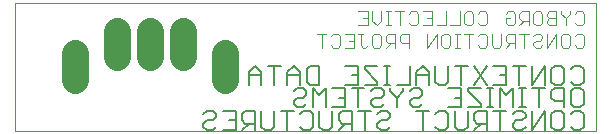
<source format=gbl>
G75*
%MOIN*%
%OFA0B0*%
%FSLAX25Y25*%
%IPPOS*%
%LPD*%
%AMOC8*
5,1,8,0,0,1.08239X$1,22.5*
%
%ADD10C,0.00000*%
%ADD11C,0.00600*%
%ADD12C,0.00400*%
%ADD13C,0.08858*%
D10*
X0001937Y0003333D02*
X0001937Y0045794D01*
X0195638Y0045794D01*
X0195638Y0003333D01*
X0001937Y0003333D01*
D11*
X0064902Y0004701D02*
X0065970Y0003633D01*
X0068105Y0003633D01*
X0069173Y0004701D01*
X0071348Y0003633D02*
X0075618Y0003633D01*
X0075618Y0010039D01*
X0071348Y0010039D01*
X0069173Y0008971D02*
X0069173Y0007904D01*
X0068105Y0006836D01*
X0065970Y0006836D01*
X0064902Y0005768D01*
X0064902Y0004701D01*
X0073483Y0006836D02*
X0075618Y0006836D01*
X0077793Y0006836D02*
X0078861Y0005768D01*
X0082064Y0005768D01*
X0079928Y0005768D02*
X0077793Y0003633D01*
X0082064Y0003633D02*
X0082064Y0010039D01*
X0078861Y0010039D01*
X0077793Y0008971D01*
X0077793Y0006836D01*
X0084239Y0004701D02*
X0084239Y0010039D01*
X0088509Y0010039D02*
X0088509Y0004701D01*
X0087441Y0003633D01*
X0085306Y0003633D01*
X0084239Y0004701D01*
X0092819Y0003633D02*
X0092819Y0010039D01*
X0090684Y0010039D02*
X0094955Y0010039D01*
X0097130Y0008971D02*
X0098197Y0010039D01*
X0100332Y0010039D01*
X0101400Y0008971D01*
X0101400Y0004701D01*
X0100332Y0003633D01*
X0098197Y0003633D01*
X0097130Y0004701D01*
X0103575Y0004701D02*
X0104643Y0003633D01*
X0106778Y0003633D01*
X0107846Y0004701D01*
X0107846Y0010039D01*
X0107872Y0011133D02*
X0112143Y0011133D01*
X0112143Y0017539D01*
X0107872Y0017539D01*
X0105697Y0017539D02*
X0103562Y0015404D01*
X0101427Y0017539D01*
X0101427Y0011133D01*
X0103575Y0010039D02*
X0103575Y0004701D01*
X0110021Y0003633D02*
X0112156Y0005768D01*
X0111088Y0005768D02*
X0114291Y0005768D01*
X0111088Y0005768D02*
X0110021Y0006836D01*
X0110021Y0008971D01*
X0111088Y0010039D01*
X0114291Y0010039D01*
X0114291Y0003633D01*
X0118601Y0003633D02*
X0118601Y0010039D01*
X0116466Y0010039D02*
X0120737Y0010039D01*
X0122912Y0008971D02*
X0123979Y0010039D01*
X0126114Y0010039D01*
X0127182Y0008971D01*
X0127182Y0007904D01*
X0126114Y0006836D01*
X0123979Y0006836D01*
X0122912Y0005768D01*
X0122912Y0004701D01*
X0123979Y0003633D01*
X0126114Y0003633D01*
X0127182Y0004701D01*
X0137938Y0003633D02*
X0137938Y0010039D01*
X0140073Y0010039D02*
X0135803Y0010039D01*
X0136857Y0011133D02*
X0134722Y0011133D01*
X0133654Y0012201D01*
X0133654Y0013268D01*
X0134722Y0014336D01*
X0136857Y0014336D01*
X0137925Y0015404D01*
X0137925Y0016471D01*
X0136857Y0017539D01*
X0134722Y0017539D01*
X0133654Y0016471D01*
X0131479Y0016471D02*
X0129344Y0014336D01*
X0129344Y0011133D01*
X0125034Y0012201D02*
X0123966Y0011133D01*
X0121831Y0011133D01*
X0120763Y0012201D01*
X0120763Y0013268D01*
X0121831Y0014336D01*
X0123966Y0014336D01*
X0125034Y0015404D01*
X0125034Y0016471D01*
X0123966Y0017539D01*
X0121831Y0017539D01*
X0120763Y0016471D01*
X0118588Y0017539D02*
X0114318Y0017539D01*
X0116453Y0017539D02*
X0116453Y0011133D01*
X0105697Y0011133D02*
X0105697Y0017539D01*
X0103549Y0018633D02*
X0100346Y0018633D01*
X0099278Y0019701D01*
X0099278Y0023971D01*
X0100346Y0025039D01*
X0103549Y0025039D01*
X0103549Y0018633D01*
X0099252Y0016471D02*
X0098184Y0017539D01*
X0096049Y0017539D01*
X0094981Y0016471D01*
X0098184Y0014336D02*
X0099252Y0015404D01*
X0099252Y0016471D01*
X0098184Y0014336D02*
X0096049Y0014336D01*
X0094981Y0013268D01*
X0094981Y0012201D01*
X0096049Y0011133D01*
X0098184Y0011133D01*
X0099252Y0012201D01*
X0110007Y0014336D02*
X0112143Y0014336D01*
X0127209Y0016471D02*
X0127209Y0017539D01*
X0127209Y0016471D02*
X0129344Y0014336D01*
X0131479Y0016471D02*
X0131479Y0017539D01*
X0129357Y0018633D02*
X0133628Y0018633D01*
X0133628Y0025039D01*
X0135803Y0022904D02*
X0137938Y0025039D01*
X0140073Y0022904D01*
X0140073Y0018633D01*
X0142248Y0019701D02*
X0142248Y0025039D01*
X0146519Y0025039D02*
X0146519Y0019701D01*
X0145451Y0018633D01*
X0143316Y0018633D01*
X0142248Y0019701D01*
X0135803Y0018633D02*
X0135803Y0022904D01*
X0135803Y0021836D02*
X0140073Y0021836D01*
X0150829Y0018633D02*
X0150829Y0025039D01*
X0152964Y0025039D02*
X0148694Y0025039D01*
X0155139Y0025039D02*
X0159410Y0018633D01*
X0161585Y0018633D02*
X0165855Y0018633D01*
X0165855Y0025039D01*
X0161585Y0025039D01*
X0159410Y0025039D02*
X0155139Y0018633D01*
X0157261Y0017539D02*
X0152991Y0017539D01*
X0152991Y0016471D01*
X0157261Y0012201D01*
X0157261Y0011133D01*
X0152991Y0011133D01*
X0150816Y0011133D02*
X0146545Y0011133D01*
X0145451Y0010039D02*
X0143316Y0010039D01*
X0142248Y0008971D01*
X0145451Y0010039D02*
X0146519Y0008971D01*
X0146519Y0004701D01*
X0145451Y0003633D01*
X0143316Y0003633D01*
X0142248Y0004701D01*
X0148694Y0004701D02*
X0149761Y0003633D01*
X0151896Y0003633D01*
X0152964Y0004701D01*
X0152964Y0010039D01*
X0155139Y0008971D02*
X0156207Y0010039D01*
X0159410Y0010039D01*
X0159410Y0003633D01*
X0157274Y0005768D02*
X0155139Y0003633D01*
X0148694Y0004701D02*
X0148694Y0010039D01*
X0150816Y0011133D02*
X0150816Y0017539D01*
X0146545Y0017539D01*
X0148680Y0014336D02*
X0150816Y0014336D01*
X0159423Y0017539D02*
X0161558Y0017539D01*
X0160490Y0017539D02*
X0160490Y0011133D01*
X0159423Y0011133D02*
X0161558Y0011133D01*
X0163733Y0011133D02*
X0163733Y0017539D01*
X0165868Y0015404D01*
X0168004Y0017539D01*
X0168004Y0011133D01*
X0169098Y0010039D02*
X0171233Y0010039D01*
X0172301Y0008971D01*
X0172301Y0007904D01*
X0171233Y0006836D01*
X0169098Y0006836D01*
X0168030Y0005768D01*
X0168030Y0004701D01*
X0169098Y0003633D01*
X0171233Y0003633D01*
X0172301Y0004701D01*
X0174476Y0003633D02*
X0174476Y0010039D01*
X0176611Y0011133D02*
X0176611Y0017539D01*
X0178746Y0017539D02*
X0174476Y0017539D01*
X0172301Y0017539D02*
X0170165Y0017539D01*
X0171233Y0017539D02*
X0171233Y0011133D01*
X0172301Y0011133D02*
X0170165Y0011133D01*
X0169098Y0010039D02*
X0168030Y0008971D01*
X0165855Y0010039D02*
X0161585Y0010039D01*
X0163720Y0010039D02*
X0163720Y0003633D01*
X0159410Y0005768D02*
X0156207Y0005768D01*
X0155139Y0006836D01*
X0155139Y0008971D01*
X0137925Y0012201D02*
X0136857Y0011133D01*
X0127182Y0018633D02*
X0125047Y0018633D01*
X0126114Y0018633D02*
X0126114Y0025039D01*
X0125047Y0025039D02*
X0127182Y0025039D01*
X0122885Y0025039D02*
X0118615Y0025039D01*
X0118615Y0023971D01*
X0122885Y0019701D01*
X0122885Y0018633D01*
X0118615Y0018633D01*
X0116440Y0018633D02*
X0112169Y0018633D01*
X0116440Y0018633D02*
X0116440Y0025039D01*
X0112169Y0025039D01*
X0114304Y0021836D02*
X0116440Y0021836D01*
X0097103Y0021836D02*
X0092833Y0021836D01*
X0092833Y0022904D02*
X0092833Y0018633D01*
X0088522Y0018633D02*
X0088522Y0025039D01*
X0086387Y0025039D02*
X0090658Y0025039D01*
X0092833Y0022904D02*
X0094968Y0025039D01*
X0097103Y0022904D01*
X0097103Y0018633D01*
X0084212Y0018633D02*
X0084212Y0022904D01*
X0082077Y0025039D01*
X0079942Y0022904D01*
X0079942Y0018633D01*
X0079942Y0021836D02*
X0084212Y0021836D01*
X0069173Y0008971D02*
X0068105Y0010039D01*
X0065970Y0010039D01*
X0064902Y0008971D01*
X0163720Y0021836D02*
X0165855Y0021836D01*
X0170165Y0018633D02*
X0170165Y0025039D01*
X0168030Y0025039D02*
X0172301Y0025039D01*
X0174476Y0025039D02*
X0174476Y0018633D01*
X0178746Y0025039D01*
X0178746Y0018633D01*
X0180921Y0019701D02*
X0180921Y0023971D01*
X0181989Y0025039D01*
X0184124Y0025039D01*
X0185192Y0023971D01*
X0185192Y0019701D01*
X0184124Y0018633D01*
X0181989Y0018633D01*
X0180921Y0019701D01*
X0187367Y0019701D02*
X0188434Y0018633D01*
X0190569Y0018633D01*
X0191637Y0019701D01*
X0191637Y0023971D01*
X0190569Y0025039D01*
X0188434Y0025039D01*
X0187367Y0023971D01*
X0188434Y0017539D02*
X0187367Y0016471D01*
X0187367Y0012201D01*
X0188434Y0011133D01*
X0190569Y0011133D01*
X0191637Y0012201D01*
X0191637Y0016471D01*
X0190569Y0017539D01*
X0188434Y0017539D01*
X0185192Y0017539D02*
X0181989Y0017539D01*
X0180921Y0016471D01*
X0180921Y0014336D01*
X0181989Y0013268D01*
X0185192Y0013268D01*
X0185192Y0011133D02*
X0185192Y0017539D01*
X0184124Y0010039D02*
X0181989Y0010039D01*
X0180921Y0008971D01*
X0180921Y0004701D01*
X0181989Y0003633D01*
X0184124Y0003633D01*
X0185192Y0004701D01*
X0185192Y0008971D01*
X0184124Y0010039D01*
X0187367Y0008971D02*
X0188434Y0010039D01*
X0190569Y0010039D01*
X0191637Y0008971D01*
X0191637Y0004701D01*
X0190569Y0003633D01*
X0188434Y0003633D01*
X0187367Y0004701D01*
X0178746Y0003633D02*
X0178746Y0010039D01*
X0174476Y0003633D01*
D12*
X0175623Y0031033D02*
X0177158Y0031033D01*
X0177925Y0031801D01*
X0175623Y0031033D02*
X0174856Y0031801D01*
X0174856Y0032568D01*
X0175623Y0033335D01*
X0177158Y0033335D01*
X0177925Y0034103D01*
X0177925Y0034870D01*
X0177158Y0035637D01*
X0175623Y0035637D01*
X0174856Y0034870D01*
X0173321Y0035637D02*
X0170252Y0035637D01*
X0168717Y0035637D02*
X0166415Y0035637D01*
X0165648Y0034870D01*
X0165648Y0033335D01*
X0166415Y0032568D01*
X0168717Y0032568D01*
X0167183Y0032568D02*
X0165648Y0031033D01*
X0164113Y0031801D02*
X0163346Y0031033D01*
X0161812Y0031033D01*
X0161044Y0031801D01*
X0161044Y0035637D01*
X0159510Y0034870D02*
X0159510Y0031801D01*
X0158742Y0031033D01*
X0157208Y0031033D01*
X0156440Y0031801D01*
X0153371Y0031033D02*
X0153371Y0035637D01*
X0154906Y0035637D02*
X0151836Y0035637D01*
X0150302Y0035637D02*
X0148767Y0035637D01*
X0149534Y0035637D02*
X0149534Y0031033D01*
X0148767Y0031033D02*
X0150302Y0031033D01*
X0147232Y0031801D02*
X0146465Y0031033D01*
X0144930Y0031033D01*
X0144163Y0031801D01*
X0144163Y0034870D01*
X0144930Y0035637D01*
X0146465Y0035637D01*
X0147232Y0034870D01*
X0147232Y0031801D01*
X0142628Y0031033D02*
X0142628Y0035637D01*
X0139559Y0031033D01*
X0139559Y0035637D01*
X0133421Y0035637D02*
X0131119Y0035637D01*
X0130351Y0034870D01*
X0130351Y0033335D01*
X0131119Y0032568D01*
X0133421Y0032568D01*
X0128817Y0032568D02*
X0126515Y0032568D01*
X0125747Y0033335D01*
X0125747Y0034870D01*
X0126515Y0035637D01*
X0128817Y0035637D01*
X0128817Y0031033D01*
X0127282Y0032568D02*
X0125747Y0031033D01*
X0124213Y0031801D02*
X0123445Y0031033D01*
X0121911Y0031033D01*
X0121144Y0031801D01*
X0121144Y0034870D01*
X0121911Y0035637D01*
X0123445Y0035637D01*
X0124213Y0034870D01*
X0124213Y0031801D01*
X0119609Y0031801D02*
X0118842Y0031033D01*
X0118074Y0031033D01*
X0117307Y0031801D01*
X0117307Y0035637D01*
X0118074Y0035637D02*
X0116540Y0035637D01*
X0115005Y0035637D02*
X0115005Y0031033D01*
X0111936Y0031033D01*
X0110401Y0031801D02*
X0109634Y0031033D01*
X0108099Y0031033D01*
X0107332Y0031801D01*
X0110401Y0031801D02*
X0110401Y0034870D01*
X0109634Y0035637D01*
X0108099Y0035637D01*
X0107332Y0034870D01*
X0105797Y0035637D02*
X0102728Y0035637D01*
X0104262Y0035637D02*
X0104262Y0031033D01*
X0113470Y0033335D02*
X0115005Y0033335D01*
X0115005Y0035637D02*
X0111936Y0035637D01*
X0116540Y0038533D02*
X0119609Y0038533D01*
X0119609Y0043137D01*
X0116540Y0043137D01*
X0121144Y0043137D02*
X0121144Y0040068D01*
X0122678Y0038533D01*
X0124213Y0040068D01*
X0124213Y0043137D01*
X0125747Y0043137D02*
X0127282Y0043137D01*
X0126515Y0043137D02*
X0126515Y0038533D01*
X0127282Y0038533D02*
X0125747Y0038533D01*
X0130351Y0038533D02*
X0130351Y0043137D01*
X0128817Y0043137D02*
X0131886Y0043137D01*
X0133421Y0042370D02*
X0134188Y0043137D01*
X0135723Y0043137D01*
X0136490Y0042370D01*
X0136490Y0039301D01*
X0135723Y0038533D01*
X0134188Y0038533D01*
X0133421Y0039301D01*
X0138025Y0038533D02*
X0141094Y0038533D01*
X0141094Y0043137D01*
X0138025Y0043137D01*
X0145698Y0043137D02*
X0145698Y0038533D01*
X0142628Y0038533D01*
X0147232Y0038533D02*
X0150302Y0038533D01*
X0150302Y0043137D01*
X0151836Y0042370D02*
X0152604Y0043137D01*
X0154138Y0043137D01*
X0154906Y0042370D01*
X0154906Y0039301D01*
X0154138Y0038533D01*
X0152604Y0038533D01*
X0151836Y0039301D01*
X0151836Y0042370D01*
X0156440Y0042370D02*
X0157208Y0043137D01*
X0158742Y0043137D01*
X0159510Y0042370D01*
X0159510Y0039301D01*
X0158742Y0038533D01*
X0157208Y0038533D01*
X0156440Y0039301D01*
X0165648Y0039301D02*
X0165648Y0040835D01*
X0167183Y0040835D01*
X0170252Y0040835D02*
X0171019Y0040068D01*
X0173321Y0040068D01*
X0171787Y0040068D02*
X0170252Y0038533D01*
X0173321Y0038533D02*
X0173321Y0043137D01*
X0171019Y0043137D01*
X0170252Y0042370D01*
X0170252Y0040835D01*
X0168717Y0039301D02*
X0167950Y0038533D01*
X0166415Y0038533D01*
X0165648Y0039301D01*
X0168717Y0039301D02*
X0168717Y0042370D01*
X0167950Y0043137D01*
X0166415Y0043137D01*
X0165648Y0042370D01*
X0174856Y0042370D02*
X0175623Y0043137D01*
X0177158Y0043137D01*
X0177925Y0042370D01*
X0177925Y0039301D01*
X0177158Y0038533D01*
X0175623Y0038533D01*
X0174856Y0039301D01*
X0174856Y0042370D01*
X0179460Y0042370D02*
X0179460Y0041603D01*
X0180227Y0040835D01*
X0182529Y0040835D01*
X0184064Y0042370D02*
X0185598Y0040835D01*
X0185598Y0038533D01*
X0182529Y0038533D02*
X0180227Y0038533D01*
X0179460Y0039301D01*
X0179460Y0040068D01*
X0180227Y0040835D01*
X0185598Y0040835D02*
X0187133Y0042370D01*
X0187133Y0043137D01*
X0188668Y0042370D02*
X0189435Y0043137D01*
X0190970Y0043137D01*
X0191737Y0042370D01*
X0191737Y0039301D01*
X0190970Y0038533D01*
X0189435Y0038533D01*
X0188668Y0039301D01*
X0182529Y0038533D02*
X0182529Y0043137D01*
X0180227Y0043137D01*
X0179460Y0042370D01*
X0184064Y0042370D02*
X0184064Y0043137D01*
X0184831Y0035637D02*
X0184064Y0034870D01*
X0184064Y0031801D01*
X0184831Y0031033D01*
X0186366Y0031033D01*
X0187133Y0031801D01*
X0187133Y0034870D01*
X0186366Y0035637D01*
X0184831Y0035637D01*
X0182529Y0035637D02*
X0179460Y0031033D01*
X0179460Y0035637D01*
X0182529Y0035637D02*
X0182529Y0031033D01*
X0188668Y0031801D02*
X0189435Y0031033D01*
X0190970Y0031033D01*
X0191737Y0031801D01*
X0191737Y0034870D01*
X0190970Y0035637D01*
X0189435Y0035637D01*
X0188668Y0034870D01*
X0171787Y0035637D02*
X0171787Y0031033D01*
X0168717Y0031033D02*
X0168717Y0035637D01*
X0164113Y0035637D02*
X0164113Y0031801D01*
X0159510Y0034870D02*
X0158742Y0035637D01*
X0157208Y0035637D01*
X0156440Y0034870D01*
X0141094Y0040835D02*
X0139559Y0040835D01*
X0119609Y0040835D02*
X0118074Y0040835D01*
X0133421Y0035637D02*
X0133421Y0031033D01*
D13*
X0071937Y0029262D02*
X0071937Y0020404D01*
X0057937Y0027904D02*
X0057937Y0036762D01*
X0046937Y0036762D02*
X0046937Y0027904D01*
X0035937Y0027904D02*
X0035937Y0036762D01*
X0021937Y0029262D02*
X0021937Y0020404D01*
M02*

</source>
